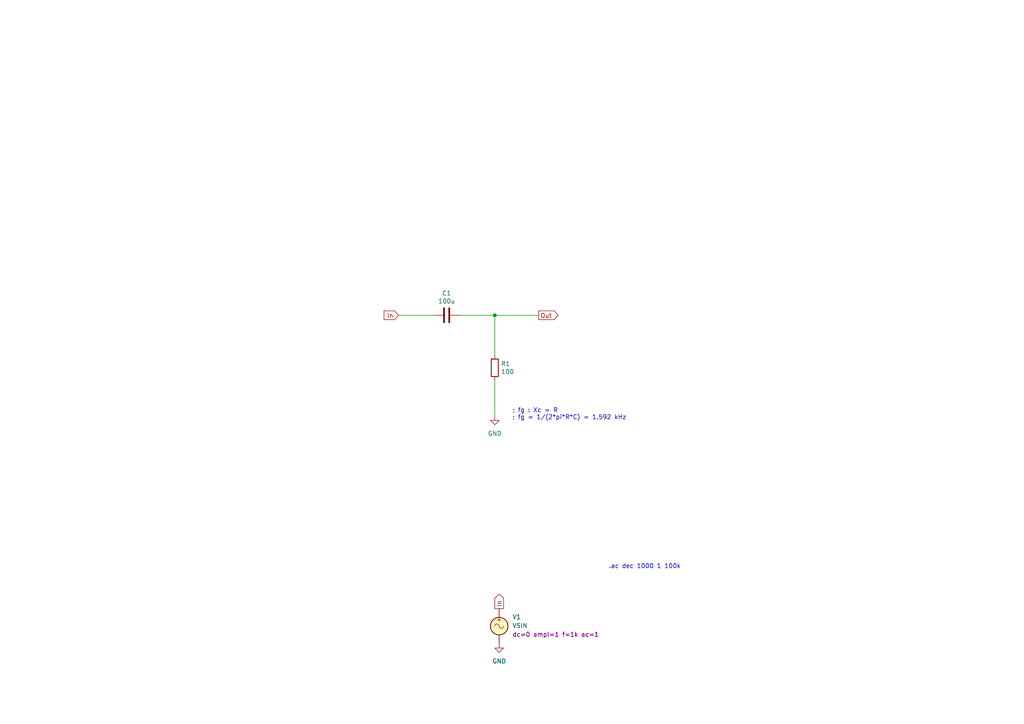
<source format=kicad_sch>
(kicad_sch (version 20231120) (generator "eeschema") (generator_version "8.0")
  (paper "A4")
  (title_block (title "RC Highpass") (date "2024-05-27") (rev "2") (company "GitHub/OJStuff"))
  (lib_symbols
    (symbol "Device:C" (pin_numbers hide) (pin_names (offset 0.254))
      (property "Reference" "C" (at 0.635 2.54 0))
      (property "Value" "C" (at 0.635 -2.54 0))
      (symbol "C_0_1"
        (polyline (pts (xy -2.032 -0.762) (xy 2.032 -0.762)) (stroke (width 0.508)))
        (polyline (pts (xy -2.032 0.762) (xy 2.032 0.762)) (stroke (width 0.508)))
      )
      (symbol "C_1_1"
        (pin passive line (at 0 3.81 270) (length 2.794) (name "~") (number "1"))
        (pin passive line (at 0 -3.81 90) (length 2.794) (name "~") (number "2"))
      )
    )
    (symbol "Device:R" (pin_numbers hide) (pin_names (offset 0))
      (property "Reference" "R" (at 2.032 0 90))
      (property "Value" "R" (at 0 0 90))
      (symbol "R_0_1"
        (rectangle (start -1.016 -2.54) (end 1.016 2.54) (stroke (width 0.254)))
      )
      (symbol "R_1_1"
        (pin passive line (at 0 3.81 270) (length 1.27) (name "~") (number "1"))
        (pin passive line (at 0 -3.81 90) (length 1.27) (name "~") (number "2"))
      )
    )
    (symbol "VSIN_1" (pin_numbers hide) (pin_names (offset 0.0254))
      (property "Reference" "V" (at 2.54 2.54 0))
      (property "Value" "VSIN" (at 2.54 0 0))
      (property "Sim.Params" "dc=0 ampl=1 f=1k ac=1" (at 2.54 -2.54 0))
      (symbol "VSIN_1_0_0"
        (arc (start 0 0) (mid -0.635 0.6323) (end -1.27 0))
        (arc (start 0 0) (mid 0.635 -0.6323) (end 1.27 0))
        (text "+" (at 0 1.905 0) (effects (font (size 1.27 1.27))))
      )
      (symbol "VSIN_1_0_1"
        (circle (center 0 0) (radius 2.54) (stroke (width 0.254)) (fill (type background)))
      )
      (symbol "VSIN_1_1_1"
        (pin passive line (at 0 5.08 270) (length 2.54) (name "~") (number "1"))
        (pin passive line (at 0 -5.08 90) (length 2.54) (name "~") (number "2"))
      )
    )
    (symbol "power:GND" (power) (pin_numbers hide) (pin_names (offset 0) hide)
      (property "Value" "GND" (at 0 -3.81 0))
      (symbol "GND_0_1"
        (polyline (pts (xy 0 0) (xy 0 -1.27) (xy 1.27 -1.27) (xy 0 -2.54) (xy -1.27 -1.27) (xy 0 -1.27)))
      )
      (symbol "GND_1_1"
        (pin power_in line (at 0 0 270) (length 0) (name "~") (number "1"))
      )
    )
  )
  (junction (at 143.51 91.44))
  (wire (pts (xy 143.51 91.44) (xy 156.21 91.44)))
  (wire (pts (xy 143.51 91.44) (xy 143.51 102.87)))
  (wire (pts (xy 115.57 91.44) (xy 125.73 91.44)))
  (wire (pts (xy 143.51 110.49) (xy 143.51 120.65)))
  (wire (pts (xy 133.35 91.44) (xy 143.51 91.44)))
  (text "; fg : Xc = R\n; fg = 1/(2*pi*R*C) = 1.592 kHz" (at 148.59 121.92 0) (effects (font (size 1.27 1.27)) (justify left bottom)))
  (text ".ac dec 1000 1 100k" (at 176.53 165.1 0) (effects (font (size 1.27 1.27)) (justify left bottom)))
  (global_label "In" (shape input) (at 115.57 91.44 180) (property "Intersheetrefs" "${INTERSHEET_REFS}" (effects (hide yes))))
  (global_label "Out" (shape output) (at 156.21 91.44 0) (property "Intersheetrefs" "${INTERSHEET_REFS}" (effects (hide yes))))
  (global_label "In" (shape output) (at 144.78 176.53 90) (property "Intersheetrefs" "${INTERSHEET_REFS}" (effects (hide yes))))
  (symbol (lib_name "VSIN_1") (lib_id "Simulation_SPICE:VSIN") (at 144.78 181.61 0) (unit 1)
    (property "Reference" "V1" (at 148.59 178.9401 0) (effects (justify left)))
    (property "Value" "VSIN" (at 148.59 181.4801 0) (effects (justify left)))
    (property "Datasheet" "https://ngspice.sourceforge.io/docs/ngspice-html-manual/manual.xhtml#sec_Independent_Sources_for" (effects (hide yes)))
    (property "Description" "Voltage source, sinusoidal" (effects (hide yes)))
    (property "Sim.Pins" "1=+ 2=-" (effects (hide yes)))
    (property "Sim.Params" "dc=0 ampl=1 f=1k ac=1" (at 148.59 184.0201 0) (effects (justify left)))
    (property "Sim.Type" "SIN" (effects (hide yes)))
    (property "Sim.Device" "V" (effects (hide yes)))
  )
  (symbol (lib_id "Device:R") (at 143.51 106.68 0) (unit 1)
    (property "Reference" "R1" (at 145.288 105.5116 0) (effects (justify left)))
    (property "Value" "100" (at 145.288 107.823 0) (effects (justify left)))
  )
  (symbol (lib_id "power:GND") (at 144.78 186.69 0) (unit 1)
    (property "Reference" "#PWR01" (effects (hide yes)))
    (property "Value" "GND" (at 144.78 191.77 0))
    (property "Description" "Power symbol creates a global label with name \"GND\" , ground" (effects (hide yes)))
  )
  (symbol (lib_id "Device:C") (at 129.54 91.44 270) (unit 1)
    (property "Reference" "C1" (at 129.54 85.0392 90))
    (property "Value" "100u" (at 129.54 87.3506 90))
  )
  (symbol (lib_id "power:GND") (at 143.51 120.65 0) (unit 1)
    (property "Reference" "#PWR02" (effects (hide yes)))
    (property "Value" "GND" (at 143.51 125.73 0))
    (property "Description" "Power symbol creates a global label with name \"GND\" , ground" (effects (hide yes)))
  )
)
</source>
